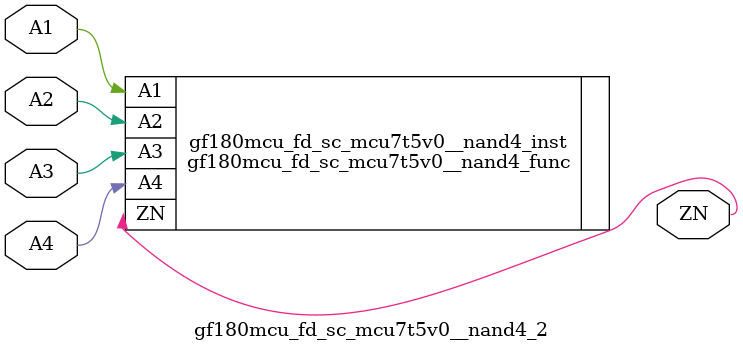
<source format=v>

`ifndef GF180MCU_FD_SC_MCU7T5V0__NAND4_2_V
`define GF180MCU_FD_SC_MCU7T5V0__NAND4_2_V

`include gf180mcu_fd_sc_mcu7t5v0__nand4.v

`ifdef USE_POWER_PINS
module gf180mcu_fd_sc_mcu7t5v0__nand4_2( ZN, A3, A1, A4, A2, VDD, VSS );
inout VDD, VSS;
`else // If not USE_POWER_PINS
module gf180mcu_fd_sc_mcu7t5v0__nand4_2( ZN, A3, A1, A4, A2 );
`endif // If not USE_POWER_PINS
input A1, A2, A3, A4;
output ZN;

`ifdef USE_POWER_PINS
  gf180mcu_fd_sc_mcu7t5v0__nand4_func gf180mcu_fd_sc_mcu7t5v0__nand4_inst(.ZN(ZN),.A3(A3),.A1(A1),.A4(A4),.A2(A2),.VDD(VDD),.VSS(VSS));
`else // If not USE_POWER_PINS
  gf180mcu_fd_sc_mcu7t5v0__nand4_func gf180mcu_fd_sc_mcu7t5v0__nand4_inst(.ZN(ZN),.A3(A3),.A1(A1),.A4(A4),.A2(A2));
`endif // If not USE_POWER_PINS

`ifndef FUNCTIONAL
	// spec_gates_begin


	// spec_gates_end



   specify

	// specify_block_begin

	// comb arc A1 --> ZN
	 (A1 => ZN) = (1.0,1.0);

	// comb arc A2 --> ZN
	 (A2 => ZN) = (1.0,1.0);

	// comb arc A3 --> ZN
	 (A3 => ZN) = (1.0,1.0);

	// comb arc A4 --> ZN
	 (A4 => ZN) = (1.0,1.0);

	// specify_block_end

   endspecify

   `endif

endmodule
`endif

</source>
